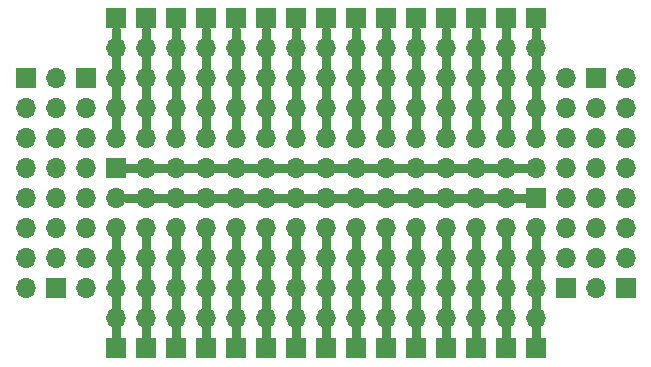
<source format=gbr>
G04 #@! TF.GenerationSoftware,KiCad,Pcbnew,(5.0.0)*
G04 #@! TF.CreationDate,2018-10-10T12:57:49-06:00*
G04 #@! TF.ProjectId,AltoidsSmallsPCB,416C746F696473536D616C6C73504342,rev?*
G04 #@! TF.SameCoordinates,Original*
G04 #@! TF.FileFunction,Soldermask,Top*
G04 #@! TF.FilePolarity,Negative*
%FSLAX46Y46*%
G04 Gerber Fmt 4.6, Leading zero omitted, Abs format (unit mm)*
G04 Created by KiCad (PCBNEW (5.0.0)) date 10/10/18 12:57:49*
%MOMM*%
%LPD*%
G01*
G04 APERTURE LIST*
%ADD10O,1.700000X1.700000*%
%ADD11R,1.700000X1.700000*%
%ADD12C,0.254000*%
G04 APERTURE END LIST*
D10*
G04 #@! TO.C,J37*
X115570000Y-81280000D03*
X118110000Y-81280000D03*
X120650000Y-81280000D03*
X123190000Y-81280000D03*
X125730000Y-81280000D03*
X128270000Y-81280000D03*
X130810000Y-81280000D03*
X133350000Y-81280000D03*
X135890000Y-81280000D03*
X138430000Y-81280000D03*
X140970000Y-81280000D03*
X143510000Y-81280000D03*
X146050000Y-81280000D03*
X148590000Y-81280000D03*
D11*
X151130000Y-81280000D03*
G04 #@! TD*
D10*
G04 #@! TO.C,J38*
X151130000Y-78740000D03*
X148590000Y-78740000D03*
X146050000Y-78740000D03*
X143510000Y-78740000D03*
X140970000Y-78740000D03*
X138430000Y-78740000D03*
X135890000Y-78740000D03*
X133350000Y-78740000D03*
X130810000Y-78740000D03*
X128270000Y-78740000D03*
X125730000Y-78740000D03*
X123190000Y-78740000D03*
X120650000Y-78740000D03*
X118110000Y-78740000D03*
D11*
X115570000Y-78740000D03*
G04 #@! TD*
G04 #@! TO.C,J23*
X148590000Y-66040000D03*
D10*
X148590000Y-68580000D03*
X148590000Y-71120000D03*
X148590000Y-73660000D03*
X148590000Y-76200000D03*
G04 #@! TD*
D11*
G04 #@! TO.C,J9*
X143510000Y-93980000D03*
D10*
X143510000Y-91440000D03*
X143510000Y-88900000D03*
X143510000Y-86360000D03*
X143510000Y-83820000D03*
G04 #@! TD*
D11*
G04 #@! TO.C,J22*
X133350000Y-66040000D03*
D10*
X133350000Y-68580000D03*
X133350000Y-71120000D03*
X133350000Y-73660000D03*
X133350000Y-76200000D03*
G04 #@! TD*
D11*
G04 #@! TO.C,J21*
X130810000Y-93980000D03*
D10*
X130810000Y-91440000D03*
X130810000Y-88900000D03*
X130810000Y-86360000D03*
X130810000Y-83820000D03*
G04 #@! TD*
D11*
G04 #@! TO.C,J1*
X123190000Y-66040000D03*
D10*
X123190000Y-68580000D03*
X123190000Y-71120000D03*
X123190000Y-73660000D03*
X123190000Y-76200000D03*
G04 #@! TD*
D11*
G04 #@! TO.C,J19*
X138430000Y-93980000D03*
D10*
X138430000Y-91440000D03*
X138430000Y-88900000D03*
X138430000Y-86360000D03*
X138430000Y-83820000D03*
G04 #@! TD*
D11*
G04 #@! TO.C,J4*
X140970000Y-93980000D03*
D10*
X140970000Y-91440000D03*
X140970000Y-88900000D03*
X140970000Y-86360000D03*
X140970000Y-83820000D03*
G04 #@! TD*
D11*
G04 #@! TO.C,J17*
X128270000Y-66040000D03*
D10*
X128270000Y-68580000D03*
X128270000Y-71120000D03*
X128270000Y-73660000D03*
X128270000Y-76200000D03*
G04 #@! TD*
D11*
G04 #@! TO.C,J5*
X148590000Y-93980000D03*
D10*
X148590000Y-91440000D03*
X148590000Y-88900000D03*
X148590000Y-86360000D03*
X148590000Y-83820000D03*
G04 #@! TD*
D11*
G04 #@! TO.C,J15*
X151130000Y-93980000D03*
D10*
X151130000Y-91440000D03*
X151130000Y-88900000D03*
X151130000Y-86360000D03*
X151130000Y-83820000D03*
G04 #@! TD*
D11*
G04 #@! TO.C,J14*
X115570000Y-66040000D03*
D10*
X115570000Y-68580000D03*
X115570000Y-71120000D03*
X115570000Y-73660000D03*
X115570000Y-76200000D03*
G04 #@! TD*
D11*
G04 #@! TO.C,J13*
X118110000Y-66040000D03*
D10*
X118110000Y-68580000D03*
X118110000Y-71120000D03*
X118110000Y-73660000D03*
X118110000Y-76200000D03*
G04 #@! TD*
D11*
G04 #@! TO.C,J12*
X120650000Y-66040000D03*
D10*
X120650000Y-68580000D03*
X120650000Y-71120000D03*
X120650000Y-73660000D03*
X120650000Y-76200000D03*
G04 #@! TD*
D11*
G04 #@! TO.C,J11*
X115570000Y-93980000D03*
D10*
X115570000Y-91440000D03*
X115570000Y-88900000D03*
X115570000Y-86360000D03*
X115570000Y-83820000D03*
G04 #@! TD*
D11*
G04 #@! TO.C,J10*
X146050000Y-93980000D03*
D10*
X146050000Y-91440000D03*
X146050000Y-88900000D03*
X146050000Y-86360000D03*
X146050000Y-83820000D03*
G04 #@! TD*
D11*
G04 #@! TO.C,J2*
X123190000Y-93980000D03*
D10*
X123190000Y-91440000D03*
X123190000Y-88900000D03*
X123190000Y-86360000D03*
X123190000Y-83820000D03*
G04 #@! TD*
D11*
G04 #@! TO.C,J25*
X133350000Y-93980000D03*
D10*
X133350000Y-91440000D03*
X133350000Y-88900000D03*
X133350000Y-86360000D03*
X133350000Y-83820000D03*
G04 #@! TD*
D11*
G04 #@! TO.C,J26*
X135890000Y-66040000D03*
D10*
X135890000Y-68580000D03*
X135890000Y-71120000D03*
X135890000Y-73660000D03*
X135890000Y-76200000D03*
G04 #@! TD*
D11*
G04 #@! TO.C,J27*
X125730000Y-93980000D03*
D10*
X125730000Y-91440000D03*
X125730000Y-88900000D03*
X125730000Y-86360000D03*
X125730000Y-83820000D03*
G04 #@! TD*
D11*
G04 #@! TO.C,J28*
X146050000Y-66040000D03*
D10*
X146050000Y-68580000D03*
X146050000Y-71120000D03*
X146050000Y-73660000D03*
X146050000Y-76200000D03*
G04 #@! TD*
D11*
G04 #@! TO.C,J29*
X130810000Y-66040000D03*
D10*
X130810000Y-68580000D03*
X130810000Y-71120000D03*
X130810000Y-73660000D03*
X130810000Y-76200000D03*
G04 #@! TD*
D11*
G04 #@! TO.C,J30*
X140970000Y-66040000D03*
D10*
X140970000Y-68580000D03*
X140970000Y-71120000D03*
X140970000Y-73660000D03*
X140970000Y-76200000D03*
G04 #@! TD*
D11*
G04 #@! TO.C,J31*
X151130000Y-66040000D03*
D10*
X151130000Y-68580000D03*
X151130000Y-71120000D03*
X151130000Y-73660000D03*
X151130000Y-76200000D03*
G04 #@! TD*
D11*
G04 #@! TO.C,J32*
X143510000Y-66040000D03*
D10*
X143510000Y-68580000D03*
X143510000Y-71120000D03*
X143510000Y-73660000D03*
X143510000Y-76200000D03*
G04 #@! TD*
D11*
G04 #@! TO.C,J33*
X128270000Y-93980000D03*
D10*
X128270000Y-91440000D03*
X128270000Y-88900000D03*
X128270000Y-86360000D03*
X128270000Y-83820000D03*
G04 #@! TD*
D11*
G04 #@! TO.C,J34*
X138430000Y-66040000D03*
D10*
X138430000Y-68580000D03*
X138430000Y-71120000D03*
X138430000Y-73660000D03*
X138430000Y-76200000D03*
G04 #@! TD*
D11*
G04 #@! TO.C,J35*
X120650000Y-93980000D03*
D10*
X120650000Y-91440000D03*
X120650000Y-88900000D03*
X120650000Y-86360000D03*
X120650000Y-83820000D03*
G04 #@! TD*
D11*
G04 #@! TO.C,J36*
X118110000Y-93980000D03*
D10*
X118110000Y-91440000D03*
X118110000Y-88900000D03*
X118110000Y-86360000D03*
X118110000Y-83820000D03*
G04 #@! TD*
D11*
G04 #@! TO.C,J24*
X135890000Y-93980000D03*
D10*
X135890000Y-91440000D03*
X135890000Y-88900000D03*
X135890000Y-86360000D03*
X135890000Y-83820000D03*
G04 #@! TD*
D11*
G04 #@! TO.C,J7*
X125730000Y-66040000D03*
D10*
X125730000Y-68580000D03*
X125730000Y-71120000D03*
X125730000Y-73660000D03*
X125730000Y-76200000D03*
G04 #@! TD*
D11*
G04 #@! TO.C,J6*
X107950000Y-71120000D03*
D10*
X107950000Y-73660000D03*
X107950000Y-76200000D03*
X107950000Y-78740000D03*
X107950000Y-81280000D03*
X107950000Y-83820000D03*
X107950000Y-86360000D03*
X107950000Y-88900000D03*
G04 #@! TD*
D11*
G04 #@! TO.C,J8*
X153670000Y-88900000D03*
D10*
X153670000Y-86360000D03*
X153670000Y-83820000D03*
X153670000Y-81280000D03*
X153670000Y-78740000D03*
X153670000Y-76200000D03*
X153670000Y-73660000D03*
X153670000Y-71120000D03*
G04 #@! TD*
D11*
G04 #@! TO.C,J16*
X156210000Y-71120000D03*
D10*
X156210000Y-73660000D03*
X156210000Y-76200000D03*
X156210000Y-78740000D03*
X156210000Y-81280000D03*
X156210000Y-83820000D03*
X156210000Y-86360000D03*
X156210000Y-88900000D03*
G04 #@! TD*
D11*
G04 #@! TO.C,J18*
X158750000Y-88900000D03*
D10*
X158750000Y-86360000D03*
X158750000Y-83820000D03*
X158750000Y-81280000D03*
X158750000Y-78740000D03*
X158750000Y-76200000D03*
X158750000Y-73660000D03*
X158750000Y-71120000D03*
G04 #@! TD*
D11*
G04 #@! TO.C,J20*
X113030000Y-71120000D03*
D10*
X113030000Y-73660000D03*
X113030000Y-76200000D03*
X113030000Y-78740000D03*
X113030000Y-81280000D03*
X113030000Y-83820000D03*
X113030000Y-86360000D03*
X113030000Y-88900000D03*
G04 #@! TD*
D11*
G04 #@! TO.C,J3*
X110490000Y-88900000D03*
D10*
X110490000Y-86360000D03*
X110490000Y-83820000D03*
X110490000Y-81280000D03*
X110490000Y-78740000D03*
X110490000Y-76200000D03*
X110490000Y-73660000D03*
X110490000Y-71120000D03*
G04 #@! TD*
D12*
G36*
X115824000Y-75438000D02*
X115316000Y-75438000D01*
X115316000Y-66929000D01*
X115824000Y-66929000D01*
X115824000Y-75438000D01*
X115824000Y-75438000D01*
G37*
X115824000Y-75438000D02*
X115316000Y-75438000D01*
X115316000Y-66929000D01*
X115824000Y-66929000D01*
X115824000Y-75438000D01*
G36*
X118364000Y-75565000D02*
X117856000Y-75565000D01*
X117856000Y-66929000D01*
X118364000Y-66929000D01*
X118364000Y-75565000D01*
X118364000Y-75565000D01*
G37*
X118364000Y-75565000D02*
X117856000Y-75565000D01*
X117856000Y-66929000D01*
X118364000Y-66929000D01*
X118364000Y-75565000D01*
G36*
X120879093Y-66926534D02*
X120904000Y-66926560D01*
X120904000Y-75565000D01*
X120396000Y-75565000D01*
X120396000Y-66829915D01*
X120879093Y-66926534D01*
X120879093Y-66926534D01*
G37*
X120879093Y-66926534D02*
X120904000Y-66926560D01*
X120904000Y-75565000D01*
X120396000Y-75565000D01*
X120396000Y-66829915D01*
X120879093Y-66926534D01*
G36*
X123444000Y-75438000D02*
X122936000Y-75438000D01*
X122936000Y-66929000D01*
X123444000Y-66929000D01*
X123444000Y-75438000D01*
X123444000Y-75438000D01*
G37*
X123444000Y-75438000D02*
X122936000Y-75438000D01*
X122936000Y-66929000D01*
X123444000Y-66929000D01*
X123444000Y-75438000D01*
G36*
X150368000Y-78994000D02*
X116459000Y-78994000D01*
X116459000Y-78486000D01*
X150368000Y-78486000D01*
X150368000Y-78994000D01*
X150368000Y-78994000D01*
G37*
X150368000Y-78994000D02*
X116459000Y-78994000D01*
X116459000Y-78486000D01*
X150368000Y-78486000D01*
X150368000Y-78994000D01*
G36*
X150368000Y-81534000D02*
X116332000Y-81534000D01*
X116332000Y-81026000D01*
X150368000Y-81026000D01*
X150368000Y-81534000D01*
X150368000Y-81534000D01*
G37*
X150368000Y-81534000D02*
X116332000Y-81534000D01*
X116332000Y-81026000D01*
X150368000Y-81026000D01*
X150368000Y-81534000D01*
G36*
X125984000Y-75438000D02*
X125476000Y-75438000D01*
X125476000Y-66929000D01*
X125984000Y-66929000D01*
X125984000Y-75438000D01*
X125984000Y-75438000D01*
G37*
X125984000Y-75438000D02*
X125476000Y-75438000D01*
X125476000Y-66929000D01*
X125984000Y-66929000D01*
X125984000Y-75438000D01*
G36*
X128524000Y-75438000D02*
X128016000Y-75438000D01*
X128016000Y-66929000D01*
X128524000Y-66929000D01*
X128524000Y-75438000D01*
X128524000Y-75438000D01*
G37*
X128524000Y-75438000D02*
X128016000Y-75438000D01*
X128016000Y-66929000D01*
X128524000Y-66929000D01*
X128524000Y-75438000D01*
G36*
X131064000Y-75438000D02*
X130556000Y-75438000D01*
X130556000Y-66929000D01*
X131064000Y-66929000D01*
X131064000Y-75438000D01*
X131064000Y-75438000D01*
G37*
X131064000Y-75438000D02*
X130556000Y-75438000D01*
X130556000Y-66929000D01*
X131064000Y-66929000D01*
X131064000Y-75438000D01*
G36*
X133604000Y-75438000D02*
X133096000Y-75438000D01*
X133096000Y-66929000D01*
X133604000Y-66929000D01*
X133604000Y-75438000D01*
X133604000Y-75438000D01*
G37*
X133604000Y-75438000D02*
X133096000Y-75438000D01*
X133096000Y-66929000D01*
X133604000Y-66929000D01*
X133604000Y-75438000D01*
G36*
X136144000Y-75438000D02*
X135636000Y-75438000D01*
X135636000Y-66929000D01*
X136144000Y-66929000D01*
X136144000Y-75438000D01*
X136144000Y-75438000D01*
G37*
X136144000Y-75438000D02*
X135636000Y-75438000D01*
X135636000Y-66929000D01*
X136144000Y-66929000D01*
X136144000Y-75438000D01*
G36*
X138684000Y-75438000D02*
X138176000Y-75438000D01*
X138176000Y-66929000D01*
X138684000Y-66929000D01*
X138684000Y-75438000D01*
X138684000Y-75438000D01*
G37*
X138684000Y-75438000D02*
X138176000Y-75438000D01*
X138176000Y-66929000D01*
X138684000Y-66929000D01*
X138684000Y-75438000D01*
G36*
X141224000Y-75565000D02*
X140716000Y-75565000D01*
X140716000Y-66929000D01*
X141224000Y-66929000D01*
X141224000Y-75565000D01*
X141224000Y-75565000D01*
G37*
X141224000Y-75565000D02*
X140716000Y-75565000D01*
X140716000Y-66929000D01*
X141224000Y-66929000D01*
X141224000Y-75565000D01*
G36*
X143764000Y-75542082D02*
X143256000Y-75457415D01*
X143256000Y-66929000D01*
X143764000Y-66929000D01*
X143764000Y-75542082D01*
X143764000Y-75542082D01*
G37*
X143764000Y-75542082D02*
X143256000Y-75457415D01*
X143256000Y-66929000D01*
X143764000Y-66929000D01*
X143764000Y-75542082D01*
G36*
X146304000Y-75438000D02*
X145796000Y-75438000D01*
X145796000Y-66929000D01*
X146304000Y-66929000D01*
X146304000Y-75438000D01*
X146304000Y-75438000D01*
G37*
X146304000Y-75438000D02*
X145796000Y-75438000D01*
X145796000Y-66929000D01*
X146304000Y-66929000D01*
X146304000Y-75438000D01*
G36*
X148844000Y-75438000D02*
X148336000Y-75438000D01*
X148336000Y-66909585D01*
X148844000Y-66824919D01*
X148844000Y-75438000D01*
X148844000Y-75438000D01*
G37*
X148844000Y-75438000D02*
X148336000Y-75438000D01*
X148336000Y-66909585D01*
X148844000Y-66824919D01*
X148844000Y-75438000D01*
G36*
X151384000Y-75438000D02*
X150876000Y-75438000D01*
X150876000Y-66929000D01*
X151384000Y-66929000D01*
X151384000Y-75438000D01*
X151384000Y-75438000D01*
G37*
X151384000Y-75438000D02*
X150876000Y-75438000D01*
X150876000Y-66929000D01*
X151384000Y-66929000D01*
X151384000Y-75438000D01*
G36*
X115824000Y-93218000D02*
X115316000Y-93218000D01*
X115316000Y-84582000D01*
X115824000Y-84582000D01*
X115824000Y-93218000D01*
X115824000Y-93218000D01*
G37*
X115824000Y-93218000D02*
X115316000Y-93218000D01*
X115316000Y-84582000D01*
X115824000Y-84582000D01*
X115824000Y-93218000D01*
G36*
X118364000Y-93110415D02*
X117856000Y-93195082D01*
X117856000Y-84582000D01*
X118364000Y-84582000D01*
X118364000Y-93110415D01*
X118364000Y-93110415D01*
G37*
X118364000Y-93110415D02*
X117856000Y-93195082D01*
X117856000Y-84582000D01*
X118364000Y-84582000D01*
X118364000Y-93110415D01*
G36*
X120904000Y-93091000D02*
X120396000Y-93091000D01*
X120396000Y-84582000D01*
X120904000Y-84582000D01*
X120904000Y-93091000D01*
X120904000Y-93091000D01*
G37*
X120904000Y-93091000D02*
X120396000Y-93091000D01*
X120396000Y-84582000D01*
X120904000Y-84582000D01*
X120904000Y-93091000D01*
G36*
X123444000Y-93091000D02*
X122936000Y-93091000D01*
X122936000Y-84582000D01*
X123444000Y-84582000D01*
X123444000Y-93091000D01*
X123444000Y-93091000D01*
G37*
X123444000Y-93091000D02*
X122936000Y-93091000D01*
X122936000Y-84582000D01*
X123444000Y-84582000D01*
X123444000Y-93091000D01*
G36*
X125984000Y-93091000D02*
X125476000Y-93091000D01*
X125476000Y-84582000D01*
X125984000Y-84582000D01*
X125984000Y-93091000D01*
X125984000Y-93091000D01*
G37*
X125984000Y-93091000D02*
X125476000Y-93091000D01*
X125476000Y-84582000D01*
X125984000Y-84582000D01*
X125984000Y-93091000D01*
G36*
X128524000Y-93195082D02*
X128016000Y-93110415D01*
X128016000Y-84582000D01*
X128524000Y-84582000D01*
X128524000Y-93195082D01*
X128524000Y-93195082D01*
G37*
X128524000Y-93195082D02*
X128016000Y-93110415D01*
X128016000Y-84582000D01*
X128524000Y-84582000D01*
X128524000Y-93195082D01*
G36*
X131064000Y-93091000D02*
X130556000Y-93091000D01*
X130556000Y-84582000D01*
X131064000Y-84582000D01*
X131064000Y-93091000D01*
X131064000Y-93091000D01*
G37*
X131064000Y-93091000D02*
X130556000Y-93091000D01*
X130556000Y-84582000D01*
X131064000Y-84582000D01*
X131064000Y-93091000D01*
G36*
X133604000Y-93091000D02*
X133096000Y-93091000D01*
X133096000Y-84582000D01*
X133604000Y-84582000D01*
X133604000Y-93091000D01*
X133604000Y-93091000D01*
G37*
X133604000Y-93091000D02*
X133096000Y-93091000D01*
X133096000Y-84582000D01*
X133604000Y-84582000D01*
X133604000Y-93091000D01*
G36*
X136144000Y-93218000D02*
X135636000Y-93218000D01*
X135636000Y-84582000D01*
X136144000Y-84582000D01*
X136144000Y-93218000D01*
X136144000Y-93218000D01*
G37*
X136144000Y-93218000D02*
X135636000Y-93218000D01*
X135636000Y-84582000D01*
X136144000Y-84582000D01*
X136144000Y-93218000D01*
G36*
X138684000Y-93218000D02*
X138176000Y-93218000D01*
X138176000Y-84582000D01*
X138684000Y-84582000D01*
X138684000Y-93218000D01*
X138684000Y-93218000D01*
G37*
X138684000Y-93218000D02*
X138176000Y-93218000D01*
X138176000Y-84582000D01*
X138684000Y-84582000D01*
X138684000Y-93218000D01*
G36*
X141224000Y-93195082D02*
X140716000Y-93110415D01*
X140716000Y-84582000D01*
X141224000Y-84582000D01*
X141224000Y-93195082D01*
X141224000Y-93195082D01*
G37*
X141224000Y-93195082D02*
X140716000Y-93110415D01*
X140716000Y-84582000D01*
X141224000Y-84582000D01*
X141224000Y-93195082D01*
G36*
X143764000Y-93110415D02*
X143256000Y-93195082D01*
X143256000Y-84582000D01*
X143764000Y-84582000D01*
X143764000Y-93110415D01*
X143764000Y-93110415D01*
G37*
X143764000Y-93110415D02*
X143256000Y-93195082D01*
X143256000Y-84582000D01*
X143764000Y-84582000D01*
X143764000Y-93110415D01*
G36*
X146304000Y-93218000D02*
X145796000Y-93218000D01*
X145796000Y-84582000D01*
X146304000Y-84582000D01*
X146304000Y-93218000D01*
X146304000Y-93218000D01*
G37*
X146304000Y-93218000D02*
X145796000Y-93218000D01*
X145796000Y-84582000D01*
X146304000Y-84582000D01*
X146304000Y-93218000D01*
G36*
X148844000Y-93195082D02*
X148336000Y-93110415D01*
X148336000Y-84582000D01*
X148844000Y-84582000D01*
X148844000Y-93195082D01*
X148844000Y-93195082D01*
G37*
X148844000Y-93195082D02*
X148336000Y-93110415D01*
X148336000Y-84582000D01*
X148844000Y-84582000D01*
X148844000Y-93195082D01*
G36*
X151384000Y-93218000D02*
X150876000Y-93218000D01*
X150876000Y-84582000D01*
X151384000Y-84582000D01*
X151384000Y-93218000D01*
X151384000Y-93218000D01*
G37*
X151384000Y-93218000D02*
X150876000Y-93218000D01*
X150876000Y-84582000D01*
X151384000Y-84582000D01*
X151384000Y-93218000D01*
M02*

</source>
